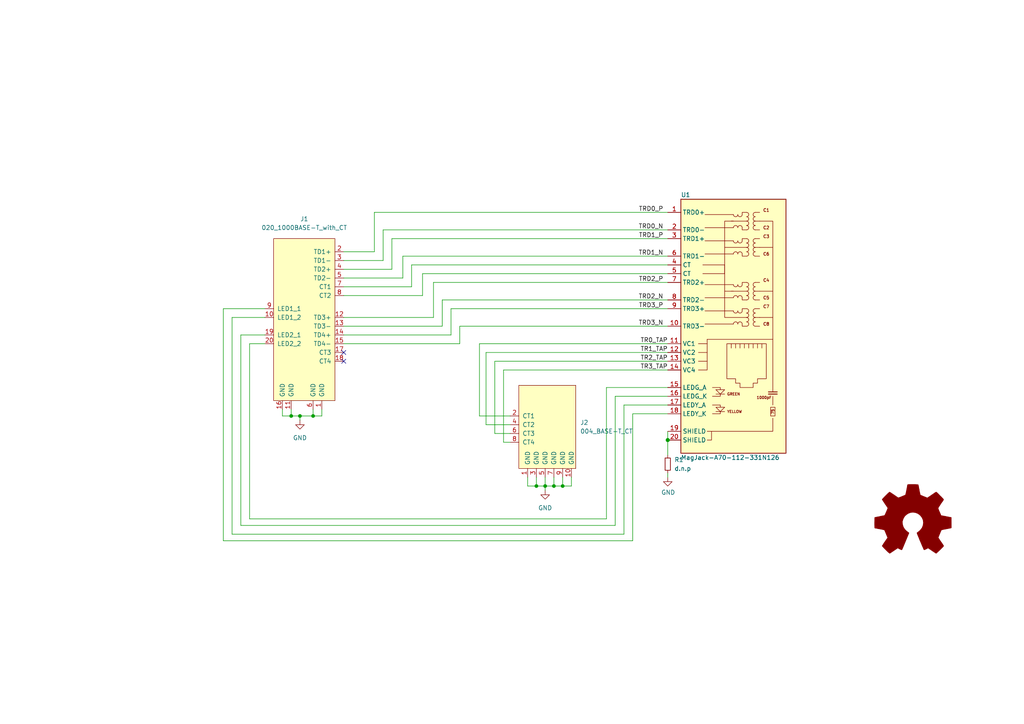
<source format=kicad_sch>
(kicad_sch (version 20211123) (generator eeschema)

  (uuid 29256b3d-9450-4c0a-a4d4-911f04b9c140)

  (paper "A4")

  (lib_symbols
    (symbol "CM4IO:MagJack-A70-112-331N126" (in_bom yes) (on_board yes)
      (property "Reference" "U" (id 0) (at 0 0 0)
        (effects (font (size 1.27 1.27)))
      )
      (property "Value" "MagJack-A70-112-331N126" (id 1) (at 0 0 0)
        (effects (font (size 1.27 1.27)))
      )
      (property "Footprint" "" (id 2) (at 0 0 0)
        (effects (font (size 1.27 1.27)) hide)
      )
      (property "Datasheet" "" (id 3) (at 0 0 0)
        (effects (font (size 1.27 1.27)) hide)
      )
      (symbol "MagJack-A70-112-331N126_0_1"
        (polyline
          (pts
            (xy 1.27 40.64)
            (xy -5.08 40.64)
            (xy -5.08 48.26)
            (xy -2.54 48.26)
            (xy -5.08 48.26)
          )
          (stroke (width 0) (type default) (color 0 0 0 0))
          (fill (type none))
        )
        (polyline
          (pts
            (xy 1.27 60.96)
            (xy -5.08 60.96)
            (xy -5.08 68.58)
            (xy -2.54 68.58)
            (xy -5.08 68.58)
          )
          (stroke (width 0) (type default) (color 0 0 0 0))
          (fill (type none))
        )
      )
      (symbol "MagJack-A70-112-331N126_1_1"
        (rectangle (start -17.78 1.27) (end 12.7 74.93)
          (stroke (width 0.254) (type default) (color 0 0 0 0))
          (fill (type background))
        )
        (arc (start -2.54 42.545) (mid -1.905 41.91) (end -1.27 42.545)
          (stroke (width 0) (type default) (color 0 0 0 0))
          (fill (type none))
        )
        (arc (start -2.54 50.165) (mid -1.905 49.53) (end -1.27 50.165)
          (stroke (width 0) (type default) (color 0 0 0 0))
          (fill (type none))
        )
        (arc (start -2.54 62.865) (mid -1.905 62.23) (end -1.27 62.865)
          (stroke (width 0) (type default) (color 0 0 0 0))
          (fill (type none))
        )
        (arc (start -2.54 70.485) (mid -1.905 69.85) (end -1.27 70.485)
          (stroke (width 0) (type default) (color 0 0 0 0))
          (fill (type none))
        )
        (arc (start -1.27 38.735) (mid -1.905 39.37) (end -2.54 38.735)
          (stroke (width 0) (type default) (color 0 0 0 0))
          (fill (type none))
        )
        (arc (start -1.27 42.545) (mid -0.635 41.91) (end 0 42.545)
          (stroke (width 0) (type default) (color 0 0 0 0))
          (fill (type none))
        )
        (arc (start -1.27 46.355) (mid -1.905 46.99) (end -2.54 46.355)
          (stroke (width 0) (type default) (color 0 0 0 0))
          (fill (type none))
        )
        (arc (start -1.27 50.165) (mid -0.635 49.53) (end 0 50.165)
          (stroke (width 0) (type default) (color 0 0 0 0))
          (fill (type none))
        )
        (arc (start -1.27 59.055) (mid -1.905 59.69) (end -2.54 59.055)
          (stroke (width 0) (type default) (color 0 0 0 0))
          (fill (type none))
        )
        (arc (start -1.27 62.865) (mid -0.635 62.23) (end 0 62.865)
          (stroke (width 0) (type default) (color 0 0 0 0))
          (fill (type none))
        )
        (arc (start -1.27 66.675) (mid -1.905 67.31) (end -2.54 66.675)
          (stroke (width 0) (type default) (color 0 0 0 0))
          (fill (type none))
        )
        (arc (start -1.27 70.485) (mid -0.635 69.85) (end 0 70.485)
          (stroke (width 0) (type default) (color 0 0 0 0))
          (fill (type none))
        )
        (polyline
          (pts
            (xy -12.7 27.94)
            (xy -10.16 27.94)
          )
          (stroke (width 0) (type default) (color 0 0 0 0))
          (fill (type none))
        )
        (polyline
          (pts
            (xy -12.7 30.48)
            (xy -10.16 30.48)
          )
          (stroke (width 0) (type default) (color 0 0 0 0))
          (fill (type none))
        )
        (polyline
          (pts
            (xy -12.7 33.02)
            (xy -10.16 33.02)
          )
          (stroke (width 0) (type default) (color 0 0 0 0))
          (fill (type none))
        )
        (polyline
          (pts
            (xy -10.16 33.02)
            (xy -10.16 34.29)
          )
          (stroke (width 0) (type default) (color 0 0 0 0))
          (fill (type none))
        )
        (polyline
          (pts
            (xy -5.08 13.335)
            (xy -7.62 13.335)
          )
          (stroke (width 0) (type default) (color 0 0 0 0))
          (fill (type none))
        )
        (polyline
          (pts
            (xy -5.08 18.415)
            (xy -7.62 18.415)
          )
          (stroke (width 0) (type default) (color 0 0 0 0))
          (fill (type none))
        )
        (polyline
          (pts
            (xy -5.08 48.26)
            (xy -5.08 60.96)
          )
          (stroke (width 0) (type default) (color 0 0 0 0))
          (fill (type none))
        )
        (polyline
          (pts
            (xy -3.175 31.75)
            (xy -3.175 33.02)
          )
          (stroke (width 0) (type default) (color 0 0 0 0))
          (fill (type none))
        )
        (polyline
          (pts
            (xy -3.175 48.26)
            (xy 1.27 48.26)
          )
          (stroke (width 0) (type default) (color 0 0 0 0))
          (fill (type none))
        )
        (polyline
          (pts
            (xy -3.175 68.58)
            (xy 1.27 68.58)
          )
          (stroke (width 0) (type default) (color 0 0 0 0))
          (fill (type none))
        )
        (polyline
          (pts
            (xy -2.54 38.735)
            (xy -10.795 38.735)
          )
          (stroke (width 0) (type default) (color 0 0 0 0))
          (fill (type none))
        )
        (polyline
          (pts
            (xy -2.54 42.545)
            (xy -10.795 42.545)
          )
          (stroke (width 0) (type default) (color 0 0 0 0))
          (fill (type none))
        )
        (polyline
          (pts
            (xy -2.54 46.355)
            (xy -10.795 46.355)
          )
          (stroke (width 0) (type default) (color 0 0 0 0))
          (fill (type none))
        )
        (polyline
          (pts
            (xy -2.54 50.165)
            (xy -10.795 50.165)
          )
          (stroke (width 0) (type default) (color 0 0 0 0))
          (fill (type none))
        )
        (polyline
          (pts
            (xy -2.54 59.055)
            (xy -10.795 59.055)
          )
          (stroke (width 0) (type default) (color 0 0 0 0))
          (fill (type none))
        )
        (polyline
          (pts
            (xy -2.54 62.865)
            (xy -10.795 62.865)
          )
          (stroke (width 0) (type default) (color 0 0 0 0))
          (fill (type none))
        )
        (polyline
          (pts
            (xy -2.54 66.675)
            (xy -10.795 66.675)
          )
          (stroke (width 0) (type default) (color 0 0 0 0))
          (fill (type none))
        )
        (polyline
          (pts
            (xy -2.54 70.485)
            (xy -10.795 70.485)
          )
          (stroke (width 0) (type default) (color 0 0 0 0))
          (fill (type none))
        )
        (polyline
          (pts
            (xy -1.905 33.02)
            (xy -1.905 31.75)
          )
          (stroke (width 0) (type default) (color 0 0 0 0))
          (fill (type none))
        )
        (polyline
          (pts
            (xy -0.635 33.02)
            (xy -0.635 31.75)
          )
          (stroke (width 0) (type default) (color 0 0 0 0))
          (fill (type none))
        )
        (polyline
          (pts
            (xy 0.635 33.02)
            (xy 0.635 31.75)
          )
          (stroke (width 0) (type default) (color 0 0 0 0))
          (fill (type none))
        )
        (polyline
          (pts
            (xy 1.905 33.02)
            (xy 1.905 31.75)
          )
          (stroke (width 0) (type default) (color 0 0 0 0))
          (fill (type none))
        )
        (polyline
          (pts
            (xy 3.175 33.02)
            (xy 3.175 31.75)
          )
          (stroke (width 0) (type default) (color 0 0 0 0))
          (fill (type none))
        )
        (polyline
          (pts
            (xy 3.81 38.1)
            (xy 5.08 38.1)
          )
          (stroke (width 0) (type default) (color 0 0 0 0))
          (fill (type none))
        )
        (polyline
          (pts
            (xy 3.81 40.64)
            (xy 5.08 40.64)
          )
          (stroke (width 0) (type default) (color 0 0 0 0))
          (fill (type none))
        )
        (polyline
          (pts
            (xy 3.81 43.18)
            (xy 5.08 43.18)
          )
          (stroke (width 0) (type default) (color 0 0 0 0))
          (fill (type none))
        )
        (polyline
          (pts
            (xy 3.81 45.72)
            (xy 5.08 45.72)
          )
          (stroke (width 0) (type default) (color 0 0 0 0))
          (fill (type none))
        )
        (polyline
          (pts
            (xy 3.81 48.26)
            (xy 5.08 48.26)
          )
          (stroke (width 0) (type default) (color 0 0 0 0))
          (fill (type none))
        )
        (polyline
          (pts
            (xy 3.81 50.8)
            (xy 5.08 50.8)
          )
          (stroke (width 0) (type default) (color 0 0 0 0))
          (fill (type none))
        )
        (polyline
          (pts
            (xy 3.81 58.42)
            (xy 5.08 58.42)
          )
          (stroke (width 0) (type default) (color 0 0 0 0))
          (fill (type none))
        )
        (polyline
          (pts
            (xy 3.81 60.96)
            (xy 5.08 60.96)
          )
          (stroke (width 0) (type default) (color 0 0 0 0))
          (fill (type none))
        )
        (polyline
          (pts
            (xy 3.81 63.5)
            (xy 5.08 63.5)
          )
          (stroke (width 0) (type default) (color 0 0 0 0))
          (fill (type none))
        )
        (polyline
          (pts
            (xy 3.81 66.04)
            (xy 5.08 66.04)
          )
          (stroke (width 0) (type default) (color 0 0 0 0))
          (fill (type none))
        )
        (polyline
          (pts
            (xy 3.81 68.58)
            (xy 5.08 68.58)
          )
          (stroke (width 0) (type default) (color 0 0 0 0))
          (fill (type none))
        )
        (polyline
          (pts
            (xy 3.81 71.12)
            (xy 5.08 71.12)
          )
          (stroke (width 0) (type default) (color 0 0 0 0))
          (fill (type none))
        )
        (polyline
          (pts
            (xy 4.445 31.75)
            (xy 4.445 33.02)
          )
          (stroke (width 0) (type default) (color 0 0 0 0))
          (fill (type none))
        )
        (polyline
          (pts
            (xy 5.08 40.64)
            (xy 8.89 40.64)
          )
          (stroke (width 0) (type default) (color 0 0 0 0))
          (fill (type none))
        )
        (polyline
          (pts
            (xy 5.08 48.26)
            (xy 8.89 48.26)
          )
          (stroke (width 0) (type default) (color 0 0 0 0))
          (fill (type none))
        )
        (polyline
          (pts
            (xy 5.08 60.96)
            (xy 8.89 60.96)
          )
          (stroke (width 0) (type default) (color 0 0 0 0))
          (fill (type none))
        )
        (polyline
          (pts
            (xy 5.715 31.75)
            (xy 5.715 33.02)
          )
          (stroke (width 0) (type default) (color 0 0 0 0))
          (fill (type none))
        )
        (polyline
          (pts
            (xy 7.62 18.415)
            (xy 10.16 18.415)
          )
          (stroke (width 0.254) (type default) (color 0 0 0 0))
          (fill (type none))
        )
        (polyline
          (pts
            (xy 7.62 19.05)
            (xy 10.16 19.05)
          )
          (stroke (width 0.254) (type default) (color 0 0 0 0))
          (fill (type none))
        )
        (polyline
          (pts
            (xy 8.89 15.24)
            (xy 8.89 17.78)
          )
          (stroke (width 0) (type default) (color 0 0 0 0))
          (fill (type none))
        )
        (polyline
          (pts
            (xy 8.89 19.05)
            (xy 8.89 34.29)
          )
          (stroke (width 0) (type default) (color 0 0 0 0))
          (fill (type none))
        )
        (polyline
          (pts
            (xy -10.16 33.02)
            (xy -10.16 25.4)
            (xy -12.7 25.4)
          )
          (stroke (width 0) (type default) (color 0 0 0 0))
          (fill (type none))
        )
        (polyline
          (pts
            (xy -8.636 12.7)
            (xy -6.35 12.7)
            (xy -6.35 13.335)
          )
          (stroke (width 0) (type default) (color 0 0 0 0))
          (fill (type none))
        )
        (polyline
          (pts
            (xy -8.636 15.24)
            (xy -6.35 15.24)
            (xy -6.35 14.605)
          )
          (stroke (width 0) (type default) (color 0 0 0 0))
          (fill (type none))
        )
        (polyline
          (pts
            (xy -8.636 20.32)
            (xy -6.35 20.32)
            (xy -6.35 19.685)
          )
          (stroke (width 0) (type default) (color 0 0 0 0))
          (fill (type none))
        )
        (polyline
          (pts
            (xy -6.35 18.415)
            (xy -6.35 17.78)
            (xy -8.636 17.78)
          )
          (stroke (width 0) (type default) (color 0 0 0 0))
          (fill (type none))
        )
        (polyline
          (pts
            (xy 0 38.735)
            (xy 0 38.1)
            (xy 1.27 38.1)
          )
          (stroke (width 0) (type default) (color 0 0 0 0))
          (fill (type none))
        )
        (polyline
          (pts
            (xy 0 46.355)
            (xy 0 45.72)
            (xy 1.27 45.72)
          )
          (stroke (width 0) (type default) (color 0 0 0 0))
          (fill (type none))
        )
        (polyline
          (pts
            (xy 0 59.055)
            (xy 0 58.42)
            (xy 1.27 58.42)
          )
          (stroke (width 0) (type default) (color 0 0 0 0))
          (fill (type none))
        )
        (polyline
          (pts
            (xy 0 66.675)
            (xy 0 66.04)
            (xy 1.27 66.04)
          )
          (stroke (width 0) (type default) (color 0 0 0 0))
          (fill (type none))
        )
        (polyline
          (pts
            (xy 1.27 43.18)
            (xy 0 43.18)
            (xy 0 42.545)
          )
          (stroke (width 0) (type default) (color 0 0 0 0))
          (fill (type none))
        )
        (polyline
          (pts
            (xy 1.27 50.8)
            (xy 0 50.8)
            (xy 0 50.165)
          )
          (stroke (width 0) (type default) (color 0 0 0 0))
          (fill (type none))
        )
        (polyline
          (pts
            (xy 1.27 63.5)
            (xy 0 63.5)
            (xy 0 62.865)
          )
          (stroke (width 0) (type default) (color 0 0 0 0))
          (fill (type none))
        )
        (polyline
          (pts
            (xy 1.27 71.12)
            (xy 0 71.12)
            (xy 0 70.485)
          )
          (stroke (width 0) (type default) (color 0 0 0 0))
          (fill (type none))
        )
        (polyline
          (pts
            (xy -11.43 53.34)
            (xy -5.08 53.34)
            (xy -5.08 55.88)
            (xy -11.43 55.88)
          )
          (stroke (width 0) (type default) (color 0 0 0 0))
          (fill (type none))
        )
        (polyline
          (pts
            (xy -10.16 34.29)
            (xy 8.89 34.29)
            (xy 8.89 68.58)
            (xy 5.08 68.58)
          )
          (stroke (width 0) (type default) (color 0 0 0 0))
          (fill (type none))
        )
        (polyline
          (pts
            (xy -7.62 19.685)
            (xy -5.08 19.685)
            (xy -6.35 18.415)
            (xy -7.62 19.685)
          )
          (stroke (width 0) (type default) (color 0 0 0 0))
          (fill (type none))
        )
        (polyline
          (pts
            (xy -5.08 14.605)
            (xy -7.62 14.605)
            (xy -6.35 13.335)
            (xy -5.08 14.605)
          )
          (stroke (width 0) (type default) (color 0 0 0 0))
          (fill (type none))
        )
        (polyline
          (pts
            (xy -10.16 5.08)
            (xy -8.89 5.08)
            (xy -8.89 7.62)
            (xy -10.16 7.62)
            (xy -8.89 7.62)
            (xy 8.89 7.62)
            (xy 8.89 11.43)
          )
          (stroke (width 0) (type default) (color 0 0 0 0))
          (fill (type none))
        )
        (polyline
          (pts
            (xy -4.445 33.02)
            (xy 6.985 33.02)
            (xy 6.985 22.86)
            (xy 4.445 22.86)
            (xy 4.445 21.59)
            (xy 3.175 21.59)
            (xy 3.175 20.32)
            (xy -0.635 20.32)
            (xy -0.635 21.59)
            (xy -1.905 21.59)
            (xy -1.905 22.86)
            (xy -4.445 22.86)
            (xy -4.445 33.02)
          )
          (stroke (width 0) (type default) (color 0 0 0 0))
          (fill (type none))
        )
        (arc (start 0 38.735) (mid -0.635 39.37) (end -1.27 38.735)
          (stroke (width 0) (type default) (color 0 0 0 0))
          (fill (type none))
        )
        (arc (start 0 46.355) (mid -0.635 46.99) (end -1.27 46.355)
          (stroke (width 0) (type default) (color 0 0 0 0))
          (fill (type none))
        )
        (arc (start 0 59.055) (mid -0.635 59.69) (end -1.27 59.055)
          (stroke (width 0) (type default) (color 0 0 0 0))
          (fill (type none))
        )
        (arc (start 0 66.675) (mid -0.635 67.31) (end -1.27 66.675)
          (stroke (width 0) (type default) (color 0 0 0 0))
          (fill (type none))
        )
        (arc (start 1.27 38.1) (mid 1.905 38.735) (end 1.27 39.37)
          (stroke (width 0) (type default) (color 0 0 0 0))
          (fill (type none))
        )
        (arc (start 1.27 39.37) (mid 1.905 40.005) (end 1.27 40.64)
          (stroke (width 0) (type default) (color 0 0 0 0))
          (fill (type none))
        )
        (arc (start 1.27 40.64) (mid 1.905 41.275) (end 1.27 41.91)
          (stroke (width 0) (type default) (color 0 0 0 0))
          (fill (type none))
        )
        (arc (start 1.27 41.91) (mid 1.905 42.545) (end 1.27 43.18)
          (stroke (width 0) (type default) (color 0 0 0 0))
          (fill (type none))
        )
        (arc (start 1.27 45.72) (mid 1.905 46.355) (end 1.27 46.99)
          (stroke (width 0) (type default) (color 0 0 0 0))
          (fill (type none))
        )
        (arc (start 1.27 46.99) (mid 1.905 47.625) (end 1.27 48.26)
          (stroke (width 0) (type default) (color 0 0 0 0))
          (fill (type none))
        )
        (arc (start 1.27 48.26) (mid 1.905 48.895) (end 1.27 49.53)
          (stroke (width 0) (type default) (color 0 0 0 0))
          (fill (type none))
        )
        (arc (start 1.27 49.53) (mid 1.905 50.165) (end 1.27 50.8)
          (stroke (width 0) (type default) (color 0 0 0 0))
          (fill (type none))
        )
        (arc (start 1.27 58.42) (mid 1.905 59.055) (end 1.27 59.69)
          (stroke (width 0) (type default) (color 0 0 0 0))
          (fill (type none))
        )
        (arc (start 1.27 59.69) (mid 1.905 60.325) (end 1.27 60.96)
          (stroke (width 0) (type default) (color 0 0 0 0))
          (fill (type none))
        )
        (arc (start 1.27 60.96) (mid 1.905 61.595) (end 1.27 62.23)
          (stroke (width 0) (type default) (color 0 0 0 0))
          (fill (type none))
        )
        (arc (start 1.27 62.23) (mid 1.905 62.865) (end 1.27 63.5)
          (stroke (width 0) (type default) (color 0 0 0 0))
          (fill (type none))
        )
        (arc (start 1.27 66.04) (mid 1.905 66.675) (end 1.27 67.31)
          (stroke (width 0) (type default) (color 0 0 0 0))
          (fill (type none))
        )
        (arc (start 1.27 67.31) (mid 1.905 67.945) (end 1.27 68.58)
          (stroke (width 0) (type default) (color 0 0 0 0))
          (fill (type none))
        )
        (arc (start 1.27 68.58) (mid 1.905 69.215) (end 1.27 69.85)
          (stroke (width 0) (type default) (color 0 0 0 0))
          (fill (type none))
        )
        (arc (start 1.27 69.85) (mid 1.905 70.485) (end 1.27 71.12)
          (stroke (width 0) (type default) (color 0 0 0 0))
          (fill (type none))
        )
        (arc (start 3.81 39.37) (mid 3.175 38.735) (end 3.81 38.1)
          (stroke (width 0) (type default) (color 0 0 0 0))
          (fill (type none))
        )
        (arc (start 3.81 40.64) (mid 3.175 40.005) (end 3.81 39.37)
          (stroke (width 0) (type default) (color 0 0 0 0))
          (fill (type none))
        )
        (arc (start 3.81 41.91) (mid 3.175 41.275) (end 3.81 40.64)
          (stroke (width 0) (type default) (color 0 0 0 0))
          (fill (type none))
        )
        (arc (start 3.81 43.18) (mid 3.175 42.545) (end 3.81 41.91)
          (stroke (width 0) (type default) (color 0 0 0 0))
          (fill (type none))
        )
        (arc (start 3.81 46.99) (mid 3.175 46.355) (end 3.81 45.72)
          (stroke (width 0) (type default) (color 0 0 0 0))
          (fill (type none))
        )
        (arc (start 3.81 48.26) (mid 3.175 47.625) (end 3.81 46.99)
          (stroke (width 0) (type default) (color 0 0 0 0))
          (fill (type none))
        )
        (arc (start 3.81 49.53) (mid 3.175 48.895) (end 3.81 48.26)
          (stroke (width 0) (type default) (color 0 0 0 0))
          (fill (type none))
        )
        (arc (start 3.81 50.8) (mid 3.175 50.165) (end 3.81 49.53)
          (stroke (width 0) (type default) (color 0 0 0 0))
          (fill (type none))
        )
        (arc (start 3.81 59.69) (mid 3.175 59.055) (end 3.81 58.42)
          (stroke (width 0) (type default) (color 0 0 0 0))
          (fill (type none))
        )
        (arc (start 3.81 60.96) (mid 3.175 60.325) (end 3.81 59.69)
          (stroke (width 0) (type default) (color 0 0 0 0))
          (fill (type none))
        )
        (arc (start 3.81 62.23) (mid 3.175 61.595) (end 3.81 60.96)
          (stroke (width 0) (type default) (color 0 0 0 0))
          (fill (type none))
        )
        (arc (start 3.81 63.5) (mid 3.175 62.865) (end 3.81 62.23)
          (stroke (width 0) (type default) (color 0 0 0 0))
          (fill (type none))
        )
        (arc (start 3.81 67.31) (mid 3.175 66.675) (end 3.81 66.04)
          (stroke (width 0) (type default) (color 0 0 0 0))
          (fill (type none))
        )
        (arc (start 3.81 68.58) (mid 3.175 67.945) (end 3.81 67.31)
          (stroke (width 0) (type default) (color 0 0 0 0))
          (fill (type none))
        )
        (arc (start 3.81 69.85) (mid 3.175 69.215) (end 3.81 68.58)
          (stroke (width 0) (type default) (color 0 0 0 0))
          (fill (type none))
        )
        (arc (start 3.81 71.12) (mid 3.175 70.485) (end 3.81 69.85)
          (stroke (width 0) (type default) (color 0 0 0 0))
          (fill (type none))
        )
        (rectangle (start 9.525 12.065) (end 8.255 14.605)
          (stroke (width 0) (type default) (color 0 0 0 0))
          (fill (type none))
        )
        (text "1000pF" (at 6.35 17.399 0)
          (effects (font (size 0.762 0.762)))
        )
        (text "75" (at 8.89 13.335 900)
          (effects (font (size 0.762 0.762)))
        )
        (text "C1" (at 6.985 71.755 0)
          (effects (font (size 0.889 0.889)))
        )
        (text "C2" (at 6.985 66.675 0)
          (effects (font (size 0.889 0.889)))
        )
        (text "C3" (at 6.985 64.135 0)
          (effects (font (size 0.889 0.889)))
        )
        (text "C4" (at 6.985 51.435 0)
          (effects (font (size 0.889 0.889)))
        )
        (text "C5" (at 6.985 46.355 0)
          (effects (font (size 0.889 0.889)))
        )
        (text "C6" (at 6.985 59.055 0)
          (effects (font (size 0.889 0.889)))
        )
        (text "C7" (at 6.985 43.815 0)
          (effects (font (size 0.889 0.889)))
        )
        (text "C8" (at 6.985 38.735 0)
          (effects (font (size 0.889 0.889)))
        )
        (text "GREEN" (at -4.445 18.415 0)
          (effects (font (size 0.762 0.762)) (justify left))
        )
        (text "YELLOW" (at -4.445 13.335 0)
          (effects (font (size 0.762 0.762)) (justify left))
        )
        (pin passive line (at -21.59 71.12 0) (length 3.81)
          (name "TRD0+" (effects (font (size 1.27 1.27))))
          (number "1" (effects (font (size 1.27 1.27))))
        )
        (pin passive line (at -21.59 38.1 0) (length 3.81)
          (name "TRD3-" (effects (font (size 1.27 1.27))))
          (number "10" (effects (font (size 1.27 1.27))))
        )
        (pin passive line (at -21.59 33.02 0) (length 3.81)
          (name "VC1" (effects (font (size 1.27 1.27))))
          (number "11" (effects (font (size 1.27 1.27))))
        )
        (pin passive line (at -21.59 30.48 0) (length 3.81)
          (name "VC2" (effects (font (size 1.27 1.27))))
          (number "12" (effects (font (size 1.27 1.27))))
        )
        (pin passive line (at -21.59 27.94 0) (length 3.81)
          (name "VC3" (effects (font (size 1.27 1.27))))
          (number "13" (effects (font (size 1.27 1.27))))
        )
        (pin passive line (at -21.59 25.4 0) (length 3.81)
          (name "VC4" (effects (font (size 1.27 1.27))))
          (number "14" (effects (font (size 1.27 1.27))))
        )
        (pin passive line (at -21.59 20.32 0) (length 3.81)
          (name "LEDG_A" (effects (font (size 1.27 1.27))))
          (number "15" (effects (font (size 1.27 1.27))))
        )
        (pin passive line (at -21.59 17.78 0) (length 3.81)
          (name "LEDG_K" (effects (font (size 1.27 1.27))))
          (number "16" (effects (font (size 1.27 1.27))))
        )
        (pin passive line (at -21.59 15.24 0) (length 3.81)
          (name "LEDY_A" (effects (font (size 1.27 1.27))))
          (number "17" (effects (font (size 1.27 1.27))))
        )
        (pin passive line (at -21.59 12.7 0) (length 3.81)
          (name "LEDY_K" (effects (font (size 1.27 1.27))))
          (number "18" (effects (font (size 1.27 1.27))))
        )
        (pin passive line (at -21.59 7.62 0) (length 3.81)
          (name "SHIELD" (effects (font (size 1.27 1.27))))
          (number "19" (effects (font (size 1.27 1.27))))
        )
        (pin passive line (at -21.59 66.04 0) (length 3.81)
          (name "TRD0-" (effects (font (size 1.27 1.27))))
          (number "2" (effects (font (size 1.27 1.27))))
        )
        (pin passive line (at -21.59 5.08 0) (length 3.81)
          (name "SHIELD" (effects (font (size 1.27 1.27))))
          (number "20" (effects (font (size 1.27 1.27))))
        )
        (pin passive line (at -21.59 63.5 0) (length 3.81)
          (name "TRD1+" (effects (font (size 1.27 1.27))))
          (number "3" (effects (font (size 1.27 1.27))))
        )
        (pin passive line (at -21.59 55.88 0) (length 3.81)
          (name "CT" (effects (font (size 1.27 1.27))))
          (number "4" (effects (font (size 1.27 1.27))))
        )
        (pin passive line (at -21.59 53.34 0) (length 3.81)
          (name "CT" (effects (font (size 1.27 1.27))))
          (number "5" (effects (font (size 1.27 1.27))))
        )
        (pin passive line (at -21.59 58.42 0) (length 3.81)
          (name "TRD1-" (effects (font (size 1.27 1.27))))
          (number "6" (effects (font (size 1.27 1.27))))
        )
        (pin passive line (at -21.59 50.8 0) (length 3.81)
          (name "TRD2+" (effects (font (size 1.27 1.27))))
          (number "7" (effects (font (size 1.27 1.27))))
        )
        (pin passive line (at -21.59 45.72 0) (length 3.81)
          (name "TRD2-" (effects (font (size 1.27 1.27))))
          (number "8" (effects (font (size 1.27 1.27))))
        )
        (pin passive line (at -21.59 43.18 0) (length 3.81)
          (name "TRD3+" (effects (font (size 1.27 1.27))))
          (number "9" (effects (font (size 1.27 1.27))))
        )
      )
    )
    (symbol "Device:R_Small" (pin_numbers hide) (pin_names (offset 0.254) hide) (in_bom yes) (on_board yes)
      (property "Reference" "R" (id 0) (at 0.762 0.508 0)
        (effects (font (size 1.27 1.27)) (justify left))
      )
      (property "Value" "R_Small" (id 1) (at 0.762 -1.016 0)
        (effects (font (size 1.27 1.27)) (justify left))
      )
      (property "Footprint" "" (id 2) (at 0 0 0)
        (effects (font (size 1.27 1.27)) hide)
      )
      (property "Datasheet" "~" (id 3) (at 0 0 0)
        (effects (font (size 1.27 1.27)) hide)
      )
      (property "ki_keywords" "R resistor" (id 4) (at 0 0 0)
        (effects (font (size 1.27 1.27)) hide)
      )
      (property "ki_description" "Resistor, small symbol" (id 5) (at 0 0 0)
        (effects (font (size 1.27 1.27)) hide)
      )
      (property "ki_fp_filters" "R_*" (id 6) (at 0 0 0)
        (effects (font (size 1.27 1.27)) hide)
      )
      (symbol "R_Small_0_1"
        (rectangle (start -0.762 1.778) (end 0.762 -1.778)
          (stroke (width 0.2032) (type default) (color 0 0 0 0))
          (fill (type none))
        )
      )
      (symbol "R_Small_1_1"
        (pin passive line (at 0 2.54 270) (length 0.762)
          (name "~" (effects (font (size 1.27 1.27))))
          (number "1" (effects (font (size 1.27 1.27))))
        )
        (pin passive line (at 0 -2.54 90) (length 0.762)
          (name "~" (effects (font (size 1.27 1.27))))
          (number "2" (effects (font (size 1.27 1.27))))
        )
      )
    )
    (symbol "Graphic:Logo_Open_Hardware_Large" (pin_names (offset 1.016)) (in_bom yes) (on_board yes)
      (property "Reference" "#LOGO" (id 0) (at 0 12.7 0)
        (effects (font (size 1.27 1.27)) hide)
      )
      (property "Value" "Logo_Open_Hardware_Large" (id 1) (at 0 -10.16 0)
        (effects (font (size 1.27 1.27)) hide)
      )
      (property "Footprint" "" (id 2) (at 0 0 0)
        (effects (font (size 1.27 1.27)) hide)
      )
      (property "Datasheet" "~" (id 3) (at 0 0 0)
        (effects (font (size 1.27 1.27)) hide)
      )
      (property "ki_keywords" "Logo" (id 4) (at 0 0 0)
        (effects (font (size 1.27 1.27)) hide)
      )
      (property "ki_description" "Open Hardware logo, large" (id 5) (at 0 0 0)
        (effects (font (size 1.27 1.27)) hide)
      )
      (symbol "Logo_Open_Hardware_Large_1_1"
        (polyline
          (pts
            (xy 6.731 -8.7122)
            (xy 6.6294 -8.6614)
            (xy 6.35 -8.4836)
            (xy 5.9944 -8.255)
            (xy 5.5372 -7.9502)
            (xy 5.1054 -7.6454)
            (xy 4.7498 -7.4168)
            (xy 4.4958 -7.239)
            (xy 4.3942 -7.1882)
            (xy 4.318 -7.2136)
            (xy 4.1148 -7.3152)
            (xy 3.81 -7.4676)
            (xy 3.6322 -7.5692)
            (xy 3.3528 -7.6708)
            (xy 3.2258 -7.6962)
            (xy 3.2004 -7.6708)
            (xy 3.0988 -7.4676)
            (xy 2.9464 -7.0866)
            (xy 2.7178 -6.604)
            (xy 2.4892 -6.0452)
            (xy 2.2352 -5.4356)
            (xy 1.9558 -4.826)
            (xy 1.7272 -4.2164)
            (xy 1.4986 -3.683)
            (xy 1.3208 -3.2512)
            (xy 1.2192 -2.9464)
            (xy 1.1684 -2.8194)
            (xy 1.1938 -2.794)
            (xy 1.3208 -2.667)
            (xy 1.5748 -2.4892)
            (xy 2.0828 -2.0574)
            (xy 2.6162 -1.397)
            (xy 2.921 -0.6604)
            (xy 3.048 0.1524)
            (xy 2.9464 0.9144)
            (xy 2.6416 1.6256)
            (xy 2.1336 2.286)
            (xy 1.524 2.7686)
            (xy 0.8128 3.0734)
            (xy 0 3.175)
            (xy -0.762 3.0988)
            (xy -1.4986 2.794)
            (xy -2.159 2.286)
            (xy -2.4384 1.9812)
            (xy -2.8194 1.3208)
            (xy -3.048 0.6096)
            (xy -3.0734 0.4318)
            (xy -3.0226 -0.3556)
            (xy -2.794 -1.0922)
            (xy -2.3876 -1.7526)
            (xy -1.8288 -2.3114)
            (xy -1.7526 -2.3622)
            (xy -1.4732 -2.5654)
            (xy -1.2954 -2.6924)
            (xy -1.1684 -2.8194)
            (xy -2.159 -5.207)
            (xy -2.3114 -5.588)
            (xy -2.5908 -6.2484)
            (xy -2.8194 -6.8072)
            (xy -3.0226 -7.2644)
            (xy -3.1496 -7.5692)
            (xy -3.2258 -7.6708)
            (xy -3.2258 -7.6962)
            (xy -3.302 -7.6962)
            (xy -3.4798 -7.6454)
            (xy -3.8354 -7.4676)
            (xy -4.0386 -7.366)
            (xy -4.2926 -7.239)
            (xy -4.4196 -7.1882)
            (xy -4.5212 -7.239)
            (xy -4.7498 -7.3914)
            (xy -5.1054 -7.6454)
            (xy -5.5372 -7.9248)
            (xy -5.9436 -8.2042)
            (xy -6.3246 -8.4582)
            (xy -6.604 -8.636)
            (xy -6.731 -8.7122)
            (xy -6.7564 -8.7122)
            (xy -6.858 -8.636)
            (xy -7.0866 -8.4582)
            (xy -7.4168 -8.1534)
            (xy -7.874 -7.6962)
            (xy -7.9502 -7.62)
            (xy -8.3312 -7.239)
            (xy -8.636 -6.9088)
            (xy -8.8392 -6.6802)
            (xy -8.9154 -6.5786)
            (xy -8.9154 -6.5786)
            (xy -8.8392 -6.4516)
            (xy -8.6614 -6.1722)
            (xy -8.4328 -5.7912)
            (xy -8.128 -5.3594)
            (xy -7.3152 -4.191)
            (xy -7.7724 -3.0988)
            (xy -7.8994 -2.7686)
            (xy -8.0772 -2.3622)
            (xy -8.2042 -2.0828)
            (xy -8.255 -1.9558)
            (xy -8.382 -1.905)
            (xy -8.6614 -1.8542)
            (xy -9.0932 -1.7526)
            (xy -9.6266 -1.651)
            (xy -10.1092 -1.5748)
            (xy -10.541 -1.4732)
            (xy -10.8712 -1.4224)
            (xy -11.0236 -1.397)
            (xy -11.049 -1.3716)
            (xy -11.0744 -1.2954)
            (xy -11.0998 -1.143)
            (xy -11.0998 -0.889)
            (xy -11.1252 -0.4572)
            (xy -11.1252 0.1524)
            (xy -11.1252 0.2286)
            (xy -11.0998 0.8128)
            (xy -11.0998 1.27)
            (xy -11.0744 1.5494)
            (xy -11.0744 1.6764)
            (xy -11.0744 1.6764)
            (xy -10.922 1.7018)
            (xy -10.6172 1.778)
            (xy -10.16 1.8542)
            (xy -9.652 1.9558)
            (xy -9.6012 1.9812)
            (xy -9.0932 2.0828)
            (xy -8.636 2.159)
            (xy -8.3312 2.2352)
            (xy -8.2042 2.286)
            (xy -8.1788 2.3114)
            (xy -8.0772 2.5146)
            (xy -7.9248 2.8448)
            (xy -7.747 3.2512)
            (xy -7.5692 3.6576)
            (xy -7.4168 4.0386)
            (xy -7.3152 4.318)
            (xy -7.2898 4.445)
            (xy -7.2898 4.445)
            (xy -7.366 4.572)
            (xy -7.5438 4.826)
            (xy -7.7978 5.207)
            (xy -8.128 5.6642)
            (xy -8.128 5.6896)
            (xy -8.4328 6.1468)
            (xy -8.6868 6.5278)
            (xy -8.8392 6.7818)
            (xy -8.9154 6.9088)
            (xy -8.9154 6.9088)
            (xy -8.8138 7.0358)
            (xy -8.5852 7.2898)
            (xy -8.255 7.6454)
            (xy -7.874 8.0264)
            (xy -7.747 8.1534)
            (xy -7.3152 8.5852)
            (xy -7.0104 8.8646)
            (xy -6.8326 8.9916)
            (xy -6.731 9.0424)
            (xy -6.731 9.0424)
            (xy -6.604 8.9408)
            (xy -6.3246 8.763)
            (xy -5.9436 8.509)
            (xy -5.4864 8.2042)
            (xy -5.461 8.1788)
            (xy -5.0038 7.874)
            (xy -4.6482 7.62)
            (xy -4.3688 7.4422)
            (xy -4.2672 7.3914)
            (xy -4.2418 7.3914)
            (xy -4.064 7.4422)
            (xy -3.7338 7.5438)
            (xy -3.3528 7.6962)
            (xy -2.9464 7.874)
            (xy -2.5654 8.0264)
            (xy -2.286 8.1534)
            (xy -2.159 8.2296)
            (xy -2.159 8.2296)
            (xy -2.1082 8.382)
            (xy -2.032 8.7122)
            (xy -1.9304 9.1694)
            (xy -1.8288 9.7282)
            (xy -1.8034 9.8044)
            (xy -1.7018 10.3378)
            (xy -1.6256 10.7696)
            (xy -1.5748 11.0744)
            (xy -1.524 11.2014)
            (xy -1.4478 11.2268)
            (xy -1.1938 11.2522)
            (xy -0.8128 11.2522)
            (xy -0.3302 11.2522)
            (xy 0.1524 11.2522)
            (xy 0.6604 11.2522)
            (xy 1.0668 11.2268)
            (xy 1.3716 11.2014)
            (xy 1.4986 11.176)
            (xy 1.4986 11.176)
            (xy 1.5494 11.0236)
            (xy 1.6256 10.6934)
            (xy 1.7018 10.2108)
            (xy 1.8288 9.6774)
            (xy 1.8288 9.5758)
            (xy 1.9304 9.0424)
            (xy 2.032 8.6106)
            (xy 2.0828 8.3058)
            (xy 2.1336 8.2042)
            (xy 2.159 8.1788)
            (xy 2.3876 8.0772)
            (xy 2.7432 7.9248)
            (xy 3.175 7.747)
            (xy 4.191 7.3406)
            (xy 5.461 8.2042)
            (xy 5.5626 8.2804)
            (xy 6.0198 8.5852)
            (xy 6.3754 8.8392)
            (xy 6.6294 8.9916)
            (xy 6.7564 9.0424)
            (xy 6.7564 9.0424)
            (xy 6.8834 8.9408)
            (xy 7.1374 8.7122)
            (xy 7.4676 8.382)
            (xy 7.8486 7.9756)
            (xy 8.1534 7.6962)
            (xy 8.4836 7.3406)
            (xy 8.7122 7.112)
            (xy 8.8392 6.9596)
            (xy 8.8646 6.858)
            (xy 8.8646 6.8072)
            (xy 8.7884 6.6802)
            (xy 8.6106 6.4008)
            (xy 8.3312 6.0198)
            (xy 8.0264 5.588)
            (xy 7.7978 5.207)
            (xy 7.5184 4.8006)
            (xy 7.3406 4.4958)
            (xy 7.2898 4.3434)
            (xy 7.2898 4.2926)
            (xy 7.3914 4.0386)
            (xy 7.5184 3.683)
            (xy 7.7216 3.2258)
            (xy 8.1534 2.2352)
            (xy 8.7884 2.1082)
            (xy 9.1948 2.0574)
            (xy 9.7536 1.9304)
            (xy 10.2616 1.8288)
            (xy 11.0998 1.6764)
            (xy 11.1252 -1.3208)
            (xy 10.9982 -1.3716)
            (xy 10.8712 -1.397)
            (xy 10.5664 -1.4732)
            (xy 10.1346 -1.5494)
            (xy 9.6266 -1.651)
            (xy 9.1948 -1.7272)
            (xy 8.7376 -1.8288)
            (xy 8.4328 -1.8796)
            (xy 8.2804 -1.905)
            (xy 8.255 -1.9558)
            (xy 8.1534 -2.159)
            (xy 7.9756 -2.5146)
            (xy 7.8232 -2.921)
            (xy 7.6454 -3.3274)
            (xy 7.493 -3.7338)
            (xy 7.366 -4.0132)
            (xy 7.3406 -4.191)
            (xy 7.3914 -4.2926)
            (xy 7.5692 -4.5466)
            (xy 7.7978 -4.9276)
            (xy 8.1026 -5.3594)
            (xy 8.4074 -5.7912)
            (xy 8.6614 -6.1722)
            (xy 8.8138 -6.4262)
            (xy 8.89 -6.5532)
            (xy 8.8646 -6.6548)
            (xy 8.6868 -6.858)
            (xy 8.3566 -7.1882)
            (xy 7.874 -7.6708)
            (xy 7.7978 -7.747)
            (xy 7.3914 -8.128)
            (xy 7.0612 -8.4328)
            (xy 6.8326 -8.636)
            (xy 6.731 -8.7122)
          )
          (stroke (width 0) (type default) (color 0 0 0 0))
          (fill (type outline))
        )
      )
    )
    (symbol "power:GND" (power) (pin_names (offset 0)) (in_bom yes) (on_board yes)
      (property "Reference" "#PWR" (id 0) (at 0 -6.35 0)
        (effects (font (size 1.27 1.27)) hide)
      )
      (property "Value" "GND" (id 1) (at 0 -3.81 0)
        (effects (font (size 1.27 1.27)))
      )
      (property "Footprint" "" (id 2) (at 0 0 0)
        (effects (font (size 1.27 1.27)) hide)
      )
      (property "Datasheet" "" (id 3) (at 0 0 0)
        (effects (font (size 1.27 1.27)) hide)
      )
      (property "ki_keywords" "power-flag" (id 4) (at 0 0 0)
        (effects (font (size 1.27 1.27)) hide)
      )
      (property "ki_description" "Power symbol creates a global label with name \"GND\" , ground" (id 5) (at 0 0 0)
        (effects (font (size 1.27 1.27)) hide)
      )
      (symbol "GND_0_1"
        (polyline
          (pts
            (xy 0 0)
            (xy 0 -1.27)
            (xy 1.27 -1.27)
            (xy 0 -2.54)
            (xy -1.27 -1.27)
            (xy 0 -1.27)
          )
          (stroke (width 0) (type default) (color 0 0 0 0))
          (fill (type none))
        )
      )
      (symbol "GND_1_1"
        (pin power_in line (at 0 0 270) (length 0) hide
          (name "GND" (effects (font (size 1.27 1.27))))
          (number "1" (effects (font (size 1.27 1.27))))
        )
      )
    )
    (symbol "put_on_edge:004_BASE-T_CT" (pin_names (offset 1.016)) (in_bom yes) (on_board yes)
      (property "Reference" "J" (id 0) (at -2.54 13.97 0)
        (effects (font (size 1.27 1.27)))
      )
      (property "Value" "004_BASE-T_CT" (id 1) (at 8.89 13.97 0)
        (effects (font (size 1.27 1.27)))
      )
      (property "Footprint" "" (id 2) (at 7.62 16.51 0)
        (effects (font (size 1.27 1.27)) hide)
      )
      (property "Datasheet" "" (id 3) (at 7.62 16.51 0)
        (effects (font (size 1.27 1.27)) hide)
      )
      (symbol "004_BASE-T_CT_0_1"
        (rectangle (start -8.89 12.7) (end 7.62 -11.43)
          (stroke (width 0) (type default) (color 0 0 0 0))
          (fill (type background))
        )
      )
      (symbol "004_BASE-T_CT_1_1"
        (pin power_in line (at -6.35 -13.97 90) (length 2.54)
          (name "GND" (effects (font (size 1.27 1.27))))
          (number "1" (effects (font (size 1.27 1.27))))
        )
        (pin power_in line (at 6.35 -13.97 90) (length 2.54)
          (name "GND" (effects (font (size 1.27 1.27))))
          (number "10" (effects (font (size 1.27 1.27))))
        )
        (pin bidirectional line (at -11.43 3.81 0) (length 2.54)
          (name "CT1" (effects (font (size 1.27 1.27))))
          (number "2" (effects (font (size 1.27 1.27))))
        )
        (pin power_in line (at -3.81 -13.97 90) (length 2.54)
          (name "GND" (effects (font (size 1.27 1.27))))
          (number "3" (effects (font (size 1.27 1.27))))
        )
        (pin bidirectional line (at -11.43 1.27 0) (length 2.54)
          (name "CT2" (effects (font (size 1.27 1.27))))
          (number "4" (effects (font (size 1.27 1.27))))
        )
        (pin power_in line (at -1.27 -13.97 90) (length 2.54)
          (name "GND" (effects (font (size 1.27 1.27))))
          (number "5" (effects (font (size 1.27 1.27))))
        )
        (pin bidirectional line (at -11.43 -1.27 0) (length 2.54)
          (name "CT3" (effects (font (size 1.27 1.27))))
          (number "6" (effects (font (size 1.27 1.27))))
        )
        (pin power_in line (at 1.27 -13.97 90) (length 2.54)
          (name "GND" (effects (font (size 1.27 1.27))))
          (number "7" (effects (font (size 1.27 1.27))))
        )
        (pin bidirectional line (at -11.43 -3.81 0) (length 2.54)
          (name "CT4" (effects (font (size 1.27 1.27))))
          (number "8" (effects (font (size 1.27 1.27))))
        )
        (pin power_in line (at 3.81 -13.97 90) (length 2.54)
          (name "GND" (effects (font (size 1.27 1.27))))
          (number "9" (effects (font (size 1.27 1.27))))
        )
      )
    )
    (symbol "put_on_edge:020_1000BASE-T_with_CT" (pin_names (offset 1.016)) (in_bom yes) (on_board yes)
      (property "Reference" "J" (id 0) (at -2.54 13.97 0)
        (effects (font (size 1.27 1.27)))
      )
      (property "Value" "020_1000BASE-T_with_CT" (id 1) (at 8.89 13.97 0)
        (effects (font (size 1.27 1.27)))
      )
      (property "Footprint" "" (id 2) (at 7.62 16.51 0)
        (effects (font (size 1.27 1.27)) hide)
      )
      (property "Datasheet" "" (id 3) (at 7.62 16.51 0)
        (effects (font (size 1.27 1.27)) hide)
      )
      (symbol "020_1000BASE-T_with_CT_0_1"
        (rectangle (start -8.89 12.7) (end 8.89 -34.29)
          (stroke (width 0) (type default) (color 0 0 0 0))
          (fill (type background))
        )
      )
      (symbol "020_1000BASE-T_with_CT_1_1"
        (pin power_in line (at -5.08 -36.83 90) (length 2.54)
          (name "GND" (effects (font (size 1.27 1.27))))
          (number "1" (effects (font (size 1.27 1.27))))
        )
        (pin bidirectional line (at 11.43 -10.16 180) (length 2.54)
          (name "LED1_2" (effects (font (size 1.27 1.27))))
          (number "10" (effects (font (size 1.27 1.27))))
        )
        (pin power_in line (at 3.81 -36.83 90) (length 2.54)
          (name "GND" (effects (font (size 1.27 1.27))))
          (number "11" (effects (font (size 1.27 1.27))))
        )
        (pin bidirectional line (at -11.43 -10.16 0) (length 2.54)
          (name "TD3+" (effects (font (size 1.27 1.27))))
          (number "12" (effects (font (size 1.27 1.27))))
        )
        (pin bidirectional line (at -11.43 -12.7 0) (length 2.54)
          (name "TD3-" (effects (font (size 1.27 1.27))))
          (number "13" (effects (font (size 1.27 1.27))))
        )
        (pin bidirectional line (at -11.43 -15.24 0) (length 2.54)
          (name "TD4+" (effects (font (size 1.27 1.27))))
          (number "14" (effects (font (size 1.27 1.27))))
        )
        (pin bidirectional line (at -11.43 -17.78 0) (length 2.54)
          (name "TD4-" (effects (font (size 1.27 1.27))))
          (number "15" (effects (font (size 1.27 1.27))))
        )
        (pin power_in line (at 6.35 -36.83 90) (length 2.54)
          (name "GND" (effects (font (size 1.27 1.27))))
          (number "16" (effects (font (size 1.27 1.27))))
        )
        (pin bidirectional line (at -11.43 -20.32 0) (length 2.54)
          (name "CT3" (effects (font (size 1.27 1.27))))
          (number "17" (effects (font (size 1.27 1.27))))
        )
        (pin bidirectional line (at -11.43 -22.86 0) (length 2.54)
          (name "CT4" (effects (font (size 1.27 1.27))))
          (number "18" (effects (font (size 1.27 1.27))))
        )
        (pin bidirectional line (at 11.43 -15.24 180) (length 2.54)
          (name "LED2_1" (effects (font (size 1.27 1.27))))
          (number "19" (effects (font (size 1.27 1.27))))
        )
        (pin bidirectional line (at -11.43 8.89 0) (length 2.54)
          (name "TD1+" (effects (font (size 1.27 1.27))))
          (number "2" (effects (font (size 1.27 1.27))))
        )
        (pin bidirectional line (at 11.43 -17.78 180) (length 2.54)
          (name "LED2_2" (effects (font (size 1.27 1.27))))
          (number "20" (effects (font (size 1.27 1.27))))
        )
        (pin bidirectional line (at -11.43 6.35 0) (length 2.54)
          (name "TD1-" (effects (font (size 1.27 1.27))))
          (number "3" (effects (font (size 1.27 1.27))))
        )
        (pin bidirectional line (at -11.43 3.81 0) (length 2.54)
          (name "TD2+" (effects (font (size 1.27 1.27))))
          (number "4" (effects (font (size 1.27 1.27))))
        )
        (pin bidirectional line (at -11.43 1.27 0) (length 2.54)
          (name "TD2-" (effects (font (size 1.27 1.27))))
          (number "5" (effects (font (size 1.27 1.27))))
        )
        (pin power_in line (at -2.54 -36.83 90) (length 2.54)
          (name "GND" (effects (font (size 1.27 1.27))))
          (number "6" (effects (font (size 1.27 1.27))))
        )
        (pin bidirectional line (at -11.43 -1.27 0) (length 2.54)
          (name "CT1" (effects (font (size 1.27 1.27))))
          (number "7" (effects (font (size 1.27 1.27))))
        )
        (pin bidirectional line (at -11.43 -3.81 0) (length 2.54)
          (name "CT2" (effects (font (size 1.27 1.27))))
          (number "8" (effects (font (size 1.27 1.27))))
        )
        (pin bidirectional line (at 11.43 -7.62 180) (length 2.54)
          (name "LED1_1" (effects (font (size 1.27 1.27))))
          (number "9" (effects (font (size 1.27 1.27))))
        )
      )
    )
  )

  (junction (at 84.455 120.65) (diameter 0) (color 0 0 0 0)
    (uuid 1eb69b49-a50b-49fb-a59c-1dbfc2fcd8ca)
  )
  (junction (at 86.995 120.65) (diameter 0) (color 0 0 0 0)
    (uuid 347c81a2-9a59-4f3a-9dfb-bdbeb13d959a)
  )
  (junction (at 160.655 140.97) (diameter 0) (color 0 0 0 0)
    (uuid 54208197-6342-4f76-b3c5-ba8541362c1a)
  )
  (junction (at 155.575 140.97) (diameter 0) (color 0 0 0 0)
    (uuid 5aecb719-693d-4423-ab6c-cad7b519f566)
  )
  (junction (at 158.115 140.97) (diameter 0) (color 0 0 0 0)
    (uuid 8a08bc12-e1e4-4003-8666-4ace703db35c)
  )
  (junction (at 193.675 127.635) (diameter 1.016) (color 0 0 0 0)
    (uuid 9c62354b-70b9-44a0-9b68-daff308a9b54)
  )
  (junction (at 163.195 140.97) (diameter 0) (color 0 0 0 0)
    (uuid a5add575-0c90-412e-827a-dd7c8b3517d4)
  )
  (junction (at 90.805 120.65) (diameter 0) (color 0 0 0 0)
    (uuid d5c7a815-45b6-41c7-a3c3-d85c05d2f9ef)
  )

  (no_connect (at 99.695 104.775) (uuid c4a50046-a361-454c-b7c1-b04148d4fc40))
  (no_connect (at 99.695 102.235) (uuid c4a50046-a361-454c-b7c1-b04148d4fc40))

  (wire (pts (xy 72.39 150.495) (xy 175.895 150.495))
    (stroke (width 0) (type default) (color 0 0 0 0))
    (uuid 003fb21c-9390-40b4-b06a-0a608d2b5bc8)
  )
  (wire (pts (xy 113.665 69.215) (xy 193.675 69.215))
    (stroke (width 0) (type solid) (color 0 0 0 0))
    (uuid 01a21670-08c6-40c4-89c8-94f154239e28)
  )
  (wire (pts (xy 143.51 104.775) (xy 143.51 125.73))
    (stroke (width 0) (type default) (color 0 0 0 0))
    (uuid 05233a9f-b9ec-4bfd-bb0b-b71e04d206d4)
  )
  (wire (pts (xy 69.85 152.4) (xy 178.435 152.4))
    (stroke (width 0) (type default) (color 0 0 0 0))
    (uuid 07b6d3c9-096a-40ef-9ffc-f4f4b815656d)
  )
  (wire (pts (xy 122.555 79.375) (xy 122.555 85.725))
    (stroke (width 0) (type default) (color 0 0 0 0))
    (uuid 0c6e379d-d701-4b02-be84-f51c86d68ff6)
  )
  (wire (pts (xy 116.84 74.295) (xy 193.675 74.295))
    (stroke (width 0) (type solid) (color 0 0 0 0))
    (uuid 0ea68b70-9ad7-4a33-a1a2-fc0a4a1315b6)
  )
  (wire (pts (xy 146.05 128.27) (xy 147.955 128.27))
    (stroke (width 0) (type default) (color 0 0 0 0))
    (uuid 102205f7-4669-4e7c-a9aa-83b2b507dda5)
  )
  (wire (pts (xy 193.675 127.635) (xy 193.675 132.08))
    (stroke (width 0) (type solid) (color 0 0 0 0))
    (uuid 22cce4cb-6ced-4eef-84b9-e286b369e88b)
  )
  (wire (pts (xy 183.515 156.845) (xy 183.515 120.015))
    (stroke (width 0) (type default) (color 0 0 0 0))
    (uuid 237e2bef-3667-4d03-a48d-21626898b424)
  )
  (wire (pts (xy 93.345 120.65) (xy 93.345 118.745))
    (stroke (width 0) (type default) (color 0 0 0 0))
    (uuid 250da196-7af1-45fb-a7e6-3abe277ed9ef)
  )
  (wire (pts (xy 139.065 120.65) (xy 147.955 120.65))
    (stroke (width 0) (type default) (color 0 0 0 0))
    (uuid 26edc5d9-ebdb-41fd-b25d-fd45822f70b1)
  )
  (wire (pts (xy 143.51 125.73) (xy 147.955 125.73))
    (stroke (width 0) (type default) (color 0 0 0 0))
    (uuid 27904156-f420-4290-b53e-35bd8b6c24da)
  )
  (wire (pts (xy 113.665 78.105) (xy 113.665 69.215))
    (stroke (width 0) (type default) (color 0 0 0 0))
    (uuid 28622fea-5a9b-4dd4-8e03-9eb832067890)
  )
  (wire (pts (xy 158.115 138.43) (xy 158.115 140.97))
    (stroke (width 0) (type default) (color 0 0 0 0))
    (uuid 2a2de82f-9be0-4aa8-bfae-a374999f5552)
  )
  (wire (pts (xy 178.435 152.4) (xy 178.435 114.935))
    (stroke (width 0) (type default) (color 0 0 0 0))
    (uuid 2dcc7532-1611-474a-9422-43462f73f4b5)
  )
  (wire (pts (xy 72.39 99.695) (xy 72.39 150.495))
    (stroke (width 0) (type default) (color 0 0 0 0))
    (uuid 37bc269f-59a6-4239-8e2c-ffda0b0fb3c0)
  )
  (wire (pts (xy 175.895 150.495) (xy 175.895 112.395))
    (stroke (width 0) (type default) (color 0 0 0 0))
    (uuid 3af61f27-c645-494e-a2e1-231dfc7d4d78)
  )
  (wire (pts (xy 133.35 94.615) (xy 193.675 94.615))
    (stroke (width 0) (type solid) (color 0 0 0 0))
    (uuid 3c41d000-0394-4d5d-af75-2ffccd18a73f)
  )
  (wire (pts (xy 111.125 75.565) (xy 111.125 66.675))
    (stroke (width 0) (type default) (color 0 0 0 0))
    (uuid 45ac8258-5f41-4500-8109-aee9b3972c70)
  )
  (wire (pts (xy 140.97 102.235) (xy 140.97 123.19))
    (stroke (width 0) (type default) (color 0 0 0 0))
    (uuid 4a4d1fb0-0555-460c-8588-0cced81e1804)
  )
  (wire (pts (xy 76.835 92.075) (xy 67.31 92.075))
    (stroke (width 0) (type default) (color 0 0 0 0))
    (uuid 4cd9d5ff-a509-4ad6-b214-e407330d20a5)
  )
  (wire (pts (xy 99.695 97.155) (xy 130.81 97.155))
    (stroke (width 0) (type default) (color 0 0 0 0))
    (uuid 4dd53f9e-0017-4968-89cf-11f2a8a5f922)
  )
  (wire (pts (xy 84.455 118.745) (xy 84.455 120.65))
    (stroke (width 0) (type default) (color 0 0 0 0))
    (uuid 519ac3fe-433f-4366-8f06-6eba3d8b72f5)
  )
  (wire (pts (xy 128.27 94.615) (xy 128.27 86.995))
    (stroke (width 0) (type default) (color 0 0 0 0))
    (uuid 5203a330-6c18-40fb-a91f-0f73f7e1f1f1)
  )
  (wire (pts (xy 122.555 79.375) (xy 193.675 79.375))
    (stroke (width 0) (type solid) (color 0 0 0 0))
    (uuid 572a4163-6dd3-43ca-9aad-4375993e5867)
  )
  (wire (pts (xy 86.995 120.65) (xy 90.805 120.65))
    (stroke (width 0) (type default) (color 0 0 0 0))
    (uuid 578edac1-7a3e-4315-a3f0-97cfb57d8475)
  )
  (wire (pts (xy 140.97 123.19) (xy 147.955 123.19))
    (stroke (width 0) (type default) (color 0 0 0 0))
    (uuid 5bb355e0-7718-405b-befd-5a3da8d2033b)
  )
  (wire (pts (xy 158.115 140.97) (xy 158.115 142.24))
    (stroke (width 0) (type default) (color 0 0 0 0))
    (uuid 5ee2b109-be61-4f2c-8231-40f33829fdf6)
  )
  (wire (pts (xy 64.77 156.845) (xy 183.515 156.845))
    (stroke (width 0) (type default) (color 0 0 0 0))
    (uuid 626f3eaa-9517-4b7e-a9c0-af598291392e)
  )
  (wire (pts (xy 99.695 92.075) (xy 125.73 92.075))
    (stroke (width 0) (type default) (color 0 0 0 0))
    (uuid 66382d8e-da83-4885-95d5-bfc0e0e52f18)
  )
  (wire (pts (xy 76.835 89.535) (xy 64.77 89.535))
    (stroke (width 0) (type default) (color 0 0 0 0))
    (uuid 698219ff-6641-498b-b502-42356959fd99)
  )
  (wire (pts (xy 153.035 138.43) (xy 153.035 140.97))
    (stroke (width 0) (type default) (color 0 0 0 0))
    (uuid 6abf6072-8e78-40e8-be70-25909488faa8)
  )
  (wire (pts (xy 146.05 107.315) (xy 193.675 107.315))
    (stroke (width 0) (type solid) (color 0 0 0 0))
    (uuid 6adf0254-236d-4641-bb6b-0db2124e974a)
  )
  (wire (pts (xy 183.515 120.015) (xy 193.675 120.015))
    (stroke (width 0) (type solid) (color 0 0 0 0))
    (uuid 6b00bffb-fc22-4036-bbde-bd07369dfc86)
  )
  (wire (pts (xy 99.695 78.105) (xy 113.665 78.105))
    (stroke (width 0) (type default) (color 0 0 0 0))
    (uuid 70e28661-aa03-410d-bf8e-0bac5f3f48f3)
  )
  (wire (pts (xy 76.835 97.155) (xy 69.85 97.155))
    (stroke (width 0) (type default) (color 0 0 0 0))
    (uuid 72685872-6302-45d0-abd1-4479df83bb42)
  )
  (wire (pts (xy 108.585 73.025) (xy 108.585 61.595))
    (stroke (width 0) (type default) (color 0 0 0 0))
    (uuid 79cb3e2d-203d-4870-a21e-50f0a97d0959)
  )
  (wire (pts (xy 67.31 92.075) (xy 67.31 154.94))
    (stroke (width 0) (type default) (color 0 0 0 0))
    (uuid 7f7bfeef-4a11-4d85-bf1a-6edafb122716)
  )
  (wire (pts (xy 155.575 140.97) (xy 158.115 140.97))
    (stroke (width 0) (type default) (color 0 0 0 0))
    (uuid 82159412-1d76-4c5b-8b8c-33644a0462a6)
  )
  (wire (pts (xy 116.84 80.645) (xy 116.84 74.295))
    (stroke (width 0) (type default) (color 0 0 0 0))
    (uuid 85c05fa9-a88d-47e0-bfc9-1fe157694058)
  )
  (wire (pts (xy 125.73 92.075) (xy 125.73 81.915))
    (stroke (width 0) (type default) (color 0 0 0 0))
    (uuid 8678a817-e0e4-4d28-a1f0-bb77ad47411f)
  )
  (wire (pts (xy 108.585 61.595) (xy 193.675 61.595))
    (stroke (width 0) (type solid) (color 0 0 0 0))
    (uuid 8a97c834-ab7d-4b5f-bd69-d01c96778875)
  )
  (wire (pts (xy 90.805 120.65) (xy 93.345 120.65))
    (stroke (width 0) (type default) (color 0 0 0 0))
    (uuid 8e276722-4476-490a-bf00-1395f0fe2d20)
  )
  (wire (pts (xy 99.695 99.695) (xy 133.35 99.695))
    (stroke (width 0) (type default) (color 0 0 0 0))
    (uuid 8e3ae239-2aff-46b7-8090-98bd1a4671ff)
  )
  (wire (pts (xy 99.695 85.725) (xy 122.555 85.725))
    (stroke (width 0) (type default) (color 0 0 0 0))
    (uuid 8e730c8b-ba4c-4474-8059-d90717b7afbb)
  )
  (wire (pts (xy 99.695 94.615) (xy 128.27 94.615))
    (stroke (width 0) (type default) (color 0 0 0 0))
    (uuid 8e789def-0ebc-4f78-b5d4-cf2a033caec9)
  )
  (wire (pts (xy 140.97 102.235) (xy 193.675 102.235))
    (stroke (width 0) (type solid) (color 0 0 0 0))
    (uuid 8e8a9b4e-269a-47b7-9f9c-b1bf61b553bb)
  )
  (wire (pts (xy 143.51 104.775) (xy 193.675 104.775))
    (stroke (width 0) (type solid) (color 0 0 0 0))
    (uuid 8fd276f4-a227-434a-ba5f-b88740eafebc)
  )
  (wire (pts (xy 99.695 83.185) (xy 119.38 83.185))
    (stroke (width 0) (type default) (color 0 0 0 0))
    (uuid 90c9f0e1-3a85-4c31-ba3f-f87b3271963f)
  )
  (wire (pts (xy 130.81 89.535) (xy 193.675 89.535))
    (stroke (width 0) (type solid) (color 0 0 0 0))
    (uuid 9363b91b-3706-4013-9c4f-9c9ba57c4bf2)
  )
  (wire (pts (xy 139.065 99.695) (xy 139.065 120.65))
    (stroke (width 0) (type default) (color 0 0 0 0))
    (uuid 95943d76-fdf5-4cf8-877b-9bd96cf268b4)
  )
  (wire (pts (xy 180.975 117.475) (xy 193.675 117.475))
    (stroke (width 0) (type solid) (color 0 0 0 0))
    (uuid 97cc2b9d-df24-4d3f-95ce-ff52ff5cd2f5)
  )
  (wire (pts (xy 81.915 120.65) (xy 84.455 120.65))
    (stroke (width 0) (type default) (color 0 0 0 0))
    (uuid 9966020e-db05-4c5c-9bb1-3846fae57ed7)
  )
  (wire (pts (xy 178.435 114.935) (xy 193.675 114.935))
    (stroke (width 0) (type solid) (color 0 0 0 0))
    (uuid 9985396b-e45e-4238-9c6e-82d336cf6d04)
  )
  (wire (pts (xy 153.035 140.97) (xy 155.575 140.97))
    (stroke (width 0) (type default) (color 0 0 0 0))
    (uuid 99a4eca8-1b76-47b5-821e-bbd8d8298342)
  )
  (wire (pts (xy 125.73 81.915) (xy 193.675 81.915))
    (stroke (width 0) (type solid) (color 0 0 0 0))
    (uuid 99a51c9e-ad63-4774-aa5b-4b15929b8fc4)
  )
  (wire (pts (xy 119.38 76.835) (xy 193.675 76.835))
    (stroke (width 0) (type solid) (color 0 0 0 0))
    (uuid 9f836162-bf3d-4021-97a7-7291a084bfe4)
  )
  (wire (pts (xy 163.195 140.97) (xy 165.735 140.97))
    (stroke (width 0) (type default) (color 0 0 0 0))
    (uuid a5c62544-0009-4cd0-a8b2-514f8d40d1d3)
  )
  (wire (pts (xy 84.455 120.65) (xy 86.995 120.65))
    (stroke (width 0) (type default) (color 0 0 0 0))
    (uuid abdc22d3-2e91-422b-b04f-8217dc1a303d)
  )
  (wire (pts (xy 158.115 140.97) (xy 160.655 140.97))
    (stroke (width 0) (type default) (color 0 0 0 0))
    (uuid ad928034-ec59-4699-9f88-451f55bd2e31)
  )
  (wire (pts (xy 180.975 154.94) (xy 180.975 117.475))
    (stroke (width 0) (type default) (color 0 0 0 0))
    (uuid b03dfdb7-2a49-4c4c-b479-84e8675c755c)
  )
  (wire (pts (xy 64.77 89.535) (xy 64.77 156.845))
    (stroke (width 0) (type default) (color 0 0 0 0))
    (uuid b91ea872-912e-4d3d-ba84-90217a08439b)
  )
  (wire (pts (xy 90.805 118.745) (xy 90.805 120.65))
    (stroke (width 0) (type default) (color 0 0 0 0))
    (uuid b9bfdc6b-fc52-4f33-924d-50ef849c2eb8)
  )
  (wire (pts (xy 130.81 97.155) (xy 130.81 89.535))
    (stroke (width 0) (type default) (color 0 0 0 0))
    (uuid ba6be0c6-ee2f-45f9-af80-4ce6281fcd8b)
  )
  (wire (pts (xy 160.655 138.43) (xy 160.655 140.97))
    (stroke (width 0) (type default) (color 0 0 0 0))
    (uuid c535d026-7414-47e7-9fb7-9d288d811d34)
  )
  (wire (pts (xy 86.995 120.65) (xy 86.995 121.92))
    (stroke (width 0) (type default) (color 0 0 0 0))
    (uuid cb818419-a80b-4ea3-b1b7-0ca2f18e4aa9)
  )
  (wire (pts (xy 133.35 99.695) (xy 133.35 94.615))
    (stroke (width 0) (type default) (color 0 0 0 0))
    (uuid ccf53eca-3377-4bc3-9f4f-f60078c34956)
  )
  (wire (pts (xy 99.695 75.565) (xy 111.125 75.565))
    (stroke (width 0) (type default) (color 0 0 0 0))
    (uuid ce51df1d-cd1b-45ae-83b5-bfd89417633a)
  )
  (wire (pts (xy 193.675 137.16) (xy 193.675 138.43))
    (stroke (width 0) (type default) (color 0 0 0 0))
    (uuid ced795eb-dfaa-4f3f-8d46-5df49c7fa1d6)
  )
  (wire (pts (xy 67.31 154.94) (xy 180.975 154.94))
    (stroke (width 0) (type default) (color 0 0 0 0))
    (uuid d08aa0d8-9e3a-4a4e-8dff-07564cc39537)
  )
  (wire (pts (xy 69.85 97.155) (xy 69.85 152.4))
    (stroke (width 0) (type default) (color 0 0 0 0))
    (uuid d48947cd-b393-4f62-bb3e-1b7a2499cebc)
  )
  (wire (pts (xy 111.125 66.675) (xy 193.675 66.675))
    (stroke (width 0) (type solid) (color 0 0 0 0))
    (uuid d6b70f8d-bb06-4a3c-bf27-d80ea13ed4d0)
  )
  (wire (pts (xy 81.915 118.745) (xy 81.915 120.65))
    (stroke (width 0) (type default) (color 0 0 0 0))
    (uuid d8a776d2-edfa-4caa-b587-c0e6a7e14d85)
  )
  (wire (pts (xy 155.575 138.43) (xy 155.575 140.97))
    (stroke (width 0) (type default) (color 0 0 0 0))
    (uuid dab4906e-775f-4fc0-9722-c889a4037743)
  )
  (wire (pts (xy 165.735 140.97) (xy 165.735 138.43))
    (stroke (width 0) (type default) (color 0 0 0 0))
    (uuid db7669c7-27b0-41a5-b1a1-dc06c35d95b9)
  )
  (wire (pts (xy 128.27 86.995) (xy 193.675 86.995))
    (stroke (width 0) (type solid) (color 0 0 0 0))
    (uuid dbdd0ff0-d5e4-410a-bc9c-6fc1f64ecb48)
  )
  (wire (pts (xy 119.38 76.835) (xy 119.38 83.185))
    (stroke (width 0) (type default) (color 0 0 0 0))
    (uuid e88cc2db-d213-4f9d-b640-9ce6cb22674a)
  )
  (wire (pts (xy 76.835 99.695) (xy 72.39 99.695))
    (stroke (width 0) (type default) (color 0 0 0 0))
    (uuid e92c1495-9067-48d7-9088-42221a35d87a)
  )
  (wire (pts (xy 99.695 80.645) (xy 116.84 80.645))
    (stroke (width 0) (type default) (color 0 0 0 0))
    (uuid e940203c-c311-45f2-b000-15922a47c3e1)
  )
  (wire (pts (xy 160.655 140.97) (xy 163.195 140.97))
    (stroke (width 0) (type default) (color 0 0 0 0))
    (uuid ed77fb96-646d-4af6-8733-429bc74d7506)
  )
  (wire (pts (xy 146.05 107.315) (xy 146.05 128.27))
    (stroke (width 0) (type default) (color 0 0 0 0))
    (uuid ef09b9e6-584e-4b60-87da-e257de899995)
  )
  (wire (pts (xy 99.695 73.025) (xy 108.585 73.025))
    (stroke (width 0) (type default) (color 0 0 0 0))
    (uuid f01be598-1e4e-45b6-94de-2f3934e292a0)
  )
  (wire (pts (xy 175.895 112.395) (xy 193.675 112.395))
    (stroke (width 0) (type solid) (color 0 0 0 0))
    (uuid f087a0c5-2ae3-4d92-ab91-8753209aecf7)
  )
  (wire (pts (xy 163.195 138.43) (xy 163.195 140.97))
    (stroke (width 0) (type default) (color 0 0 0 0))
    (uuid f19df49a-7cdc-4626-bdd9-3680df52af24)
  )
  (wire (pts (xy 193.675 125.095) (xy 193.675 127.635))
    (stroke (width 0) (type solid) (color 0 0 0 0))
    (uuid f395b7cd-86f8-4b91-a382-e1c3ef9c6744)
  )
  (wire (pts (xy 139.065 99.695) (xy 193.675 99.695))
    (stroke (width 0) (type solid) (color 0 0 0 0))
    (uuid f9ed2e62-5fe2-46e3-a61e-42856f243570)
  )

  (label "TRD1_N" (at 192.405 74.295 180)
    (effects (font (size 1.27 1.27)) (justify right bottom))
    (uuid 180c5d2a-e84d-4dd0-9b1e-50f4b3710715)
  )
  (label "TRD0_P" (at 192.405 61.595 180)
    (effects (font (size 1.27 1.27)) (justify right bottom))
    (uuid 24dfde30-1ab5-4c56-95e7-f0a1dc13f974)
  )
  (label "TR1_TAP" (at 193.675 102.235 180)
    (effects (font (size 1.27 1.27)) (justify right bottom))
    (uuid 3b8babcd-05fc-439c-94a7-804eb4081043)
  )
  (label "TRD0_N" (at 192.405 66.675 180)
    (effects (font (size 1.27 1.27)) (justify right bottom))
    (uuid 3d6daaa9-29e8-4223-ab77-ee96867bc9f1)
  )
  (label "TRD2_N" (at 192.405 86.995 180)
    (effects (font (size 1.27 1.27)) (justify right bottom))
    (uuid 57734611-2ab7-4f6f-afae-d3b5455125ce)
  )
  (label "TRD2_P" (at 192.405 81.915 180)
    (effects (font (size 1.27 1.27)) (justify right bottom))
    (uuid 6b049703-ee73-4f85-95f4-f0ab9f24bced)
  )
  (label "TR0_TAP" (at 193.675 99.695 180)
    (effects (font (size 1.27 1.27)) (justify right bottom))
    (uuid 8f4e2e21-9e37-435c-a0d5-6ebfc1705064)
  )
  (label "TR2_TAP" (at 193.675 104.775 180)
    (effects (font (size 1.27 1.27)) (justify right bottom))
    (uuid 968d5315-2d4c-420e-a8af-d0437b449974)
  )
  (label "TR3_TAP" (at 193.675 107.315 180)
    (effects (font (size 1.27 1.27)) (justify right bottom))
    (uuid af119915-ac0f-46e9-9b99-425d0beb1fc2)
  )
  (label "TRD1_P" (at 192.405 69.215 180)
    (effects (font (size 1.27 1.27)) (justify right bottom))
    (uuid c21f153a-3272-48bb-966c-ee4fc53fc215)
  )
  (label "TRD3_N" (at 192.405 94.615 180)
    (effects (font (size 1.27 1.27)) (justify right bottom))
    (uuid cebc5479-0323-43d3-85a4-2a94908fbd2c)
  )
  (label "TRD3_P" (at 192.405 89.535 180)
    (effects (font (size 1.27 1.27)) (justify right bottom))
    (uuid f22bcf65-013f-4e13-a555-07a2b69e8111)
  )

  (symbol (lib_id "Graphic:Logo_Open_Hardware_Large") (at 264.795 151.765 0) (unit 1)
    (in_bom yes) (on_board yes)
    (uuid 00000000-0000-0000-0000-000060bd71e9)
    (property "Reference" "l1" (id 0) (at 264.795 139.065 0)
      (effects (font (size 1.27 1.27)) hide)
    )
    (property "Value" "Logo_Open_Hardware_Larg" (id 1) (at 264.795 161.925 0)
      (effects (font (size 1.27 1.27)) hide)
    )
    (property "Footprint" "Symbol:OSHW-Logo2_7.3x6mm_SilkScreen" (id 2) (at 264.795 151.765 0)
      (effects (font (size 1.27 1.27)) hide)
    )
    (property "Datasheet" "~" (id 3) (at 264.795 151.765 0)
      (effects (font (size 1.27 1.27)) hide)
    )
  )

  (symbol (lib_id "put_on_edge:004_BASE-T_CT") (at 159.385 124.46 0) (unit 1)
    (in_bom yes) (on_board yes) (fields_autoplaced)
    (uuid 1f56575b-0ee2-4574-b9e3-fcac40f2d26c)
    (property "Reference" "J2" (id 0) (at 168.275 122.5549 0)
      (effects (font (size 1.27 1.27)) (justify left))
    )
    (property "Value" "004_BASE-T_CT" (id 1) (at 168.275 125.0949 0)
      (effects (font (size 1.27 1.27)) (justify left))
    )
    (property "Footprint" "on_edge:on_edge_2x05_host" (id 2) (at 167.005 107.95 0)
      (effects (font (size 1.27 1.27)) hide)
    )
    (property "Datasheet" "" (id 3) (at 167.005 107.95 0)
      (effects (font (size 1.27 1.27)) hide)
    )
    (pin "1" (uuid 83b13849-33d3-4a79-8a62-7658f6f043e8))
    (pin "10" (uuid 8f5035ee-4434-4821-aa5e-970a9ac1959a))
    (pin "2" (uuid 5dc6b3c4-0314-4b72-9c02-5c31c9696222))
    (pin "3" (uuid bc9ac5a7-a250-445e-8cc2-0d6844d92504))
    (pin "4" (uuid b5799b88-8a2e-4ba6-be7a-29c2b9d8fe62))
    (pin "5" (uuid 13925ea5-b903-436d-b47b-18c379e6c8a0))
    (pin "6" (uuid 565d2e14-30b0-4f69-b588-04eeffa8a96c))
    (pin "7" (uuid a879db92-59cd-4a23-b3fa-76b771138482))
    (pin "8" (uuid 1b1e2342-9f9f-49ef-837d-7d9fea25a506))
    (pin "9" (uuid c20ad06b-f25a-40c1-b4ad-aa220bf32dd7))
  )

  (symbol (lib_id "put_on_edge:020_1000BASE-T_with_CT") (at 88.265 81.915 0) (mirror y) (unit 1)
    (in_bom yes) (on_board yes) (fields_autoplaced)
    (uuid 69850b46-6106-4ad3-a7bd-5d490f01bb7e)
    (property "Reference" "J1" (id 0) (at 88.265 63.5 0))
    (property "Value" "020_1000BASE-T_with_CT" (id 1) (at 88.265 66.04 0))
    (property "Footprint" "on_edge:on_edge_2x10_device" (id 2) (at 80.645 65.405 0)
      (effects (font (size 1.27 1.27)) hide)
    )
    (property "Datasheet" "" (id 3) (at 80.645 65.405 0)
      (effects (font (size 1.27 1.27)) hide)
    )
    (pin "1" (uuid bb4b52ca-b87c-429b-af46-beadccdc9ef5))
    (pin "10" (uuid 776d52fa-7db5-40a5-9604-474566ef2644))
    (pin "11" (uuid e100e14f-d8a7-44b1-b5bc-eb55cc501678))
    (pin "12" (uuid 434f1bff-fc1d-477c-b2fa-23890d7c6246))
    (pin "13" (uuid e88c210d-d841-43b3-9b44-c8ba83d2f598))
    (pin "14" (uuid 2aae4217-d835-48a7-8e17-6d7130359fa6))
    (pin "15" (uuid ced9c0c5-8086-43a8-ab13-b56f1e373f25))
    (pin "16" (uuid a735a56b-538a-4a17-bd4f-d1ca161a45e0))
    (pin "17" (uuid a02d188c-6ead-4323-be0a-f61acb50fc53))
    (pin "18" (uuid 961f9ec5-1e83-49a3-98f0-f5ae0dcc9948))
    (pin "19" (uuid c4844e6f-4448-4ce8-b8e8-8daf161de084))
    (pin "2" (uuid d85e13bc-11d3-4dd8-be68-895f4d019191))
    (pin "20" (uuid 101c5be1-ff14-4af6-bf41-d7891abf98b0))
    (pin "3" (uuid cb15f35a-459c-474b-b957-9f9a7c7002bd))
    (pin "4" (uuid 0dce4d9a-8b71-4ef9-b855-5483c7e1a26e))
    (pin "5" (uuid bdfb6a4d-de14-4cac-ad97-d287f14328e2))
    (pin "6" (uuid 480f381d-74fa-4018-947a-26c2feeb6bd0))
    (pin "7" (uuid 68578bd4-c742-4648-8cd8-133c56c605b1))
    (pin "8" (uuid ea3dd5f6-0d20-4d82-a55c-c7fff7cf7dbe))
    (pin "9" (uuid 47b5a8a6-104f-472a-8af8-4667aac2e084))
  )

  (symbol (lib_id "power:GND") (at 193.675 138.43 0) (unit 1)
    (in_bom yes) (on_board yes)
    (uuid 9b20f993-82b2-4c37-9c93-9b09c82fec8d)
    (property "Reference" "#PWR0101" (id 0) (at 193.675 144.78 0)
      (effects (font (size 1.27 1.27)) hide)
    )
    (property "Value" "GND" (id 1) (at 193.802 142.8242 0))
    (property "Footprint" "" (id 2) (at 193.675 138.43 0)
      (effects (font (size 1.27 1.27)) hide)
    )
    (property "Datasheet" "" (id 3) (at 193.675 138.43 0)
      (effects (font (size 1.27 1.27)) hide)
    )
    (pin "1" (uuid 61fec936-e481-4779-acaa-37c47459e30e))
  )

  (symbol (lib_id "power:GND") (at 86.995 121.92 0) (unit 1)
    (in_bom yes) (on_board yes) (fields_autoplaced)
    (uuid 9ed36e2b-6a34-40e9-b3c1-4e6c114aad4a)
    (property "Reference" "#PWR0102" (id 0) (at 86.995 128.27 0)
      (effects (font (size 1.27 1.27)) hide)
    )
    (property "Value" "GND" (id 1) (at 86.995 127 0))
    (property "Footprint" "" (id 2) (at 86.995 121.92 0)
      (effects (font (size 1.27 1.27)) hide)
    )
    (property "Datasheet" "" (id 3) (at 86.995 121.92 0)
      (effects (font (size 1.27 1.27)) hide)
    )
    (pin "1" (uuid 2c23734c-39dd-4413-9952-9998ac250a6b))
  )

  (symbol (lib_id "CM4IO:MagJack-A70-112-331N126") (at 215.265 132.715 0) (unit 1)
    (in_bom yes) (on_board yes)
    (uuid a923e568-7e66-4b54-9b31-57960a65fa25)
    (property "Reference" "U1" (id 0) (at 197.485 56.515 0)
      (effects (font (size 1.27 1.27)) (justify left))
    )
    (property "Value" "MagJack-A70-112-331N126" (id 1) (at 197.485 132.715 0)
      (effects (font (size 1.27 1.27)) (justify left))
    )
    (property "Footprint" "parts:TRJG0926HENL" (id 2) (at 215.265 132.715 0)
      (effects (font (size 1.27 1.27)) hide)
    )
    (property "Datasheet" "https://p.globalsources.com/IMAGES/PDT/SPEC/690/K1160305690.pdf" (id 3) (at 215.265 132.715 0)
      (effects (font (size 1.27 1.27)) hide)
    )
    (property "Field6" "TRJG0926HENL" (id 4) (at 215.265 132.715 0)
      (effects (font (size 1.27 1.27)) hide)
    )
    (property "Field7" "Trxcon" (id 5) (at 215.265 132.715 0)
      (effects (font (size 1.27 1.27)) hide)
    )
    (property "Field8" "UCON00900" (id 6) (at 215.265 132.715 0)
      (effects (font (size 1.27 1.27)) hide)
    )
    (property "Part Description" "Gigabit Ethernet Magjack" (id 7) (at 215.265 132.715 0)
      (effects (font (size 1.27 1.27)) hide)
    )
    (pin "1" (uuid aa4a386a-31dd-4eab-84a5-b99ee47110c7))
    (pin "10" (uuid 48e921bb-5a3d-465d-a34d-bce2f3e1284c))
    (pin "11" (uuid 452dd0b4-5a36-4a5c-a8da-70b3d6a2929f))
    (pin "12" (uuid a9c410d8-cc20-4c57-bb46-df0e7f7a1bf6))
    (pin "13" (uuid 83cb458b-80d5-4e2c-9750-d3101ea4597a))
    (pin "14" (uuid d98a2d59-4037-418e-a1f5-eba0fd09f8a9))
    (pin "15" (uuid 596fcc01-153f-46ad-81cd-58722d24104e))
    (pin "16" (uuid 5bb256b8-2f3a-4e88-87ce-433b3c4dc6cb))
    (pin "17" (uuid 6ccbcf12-88e5-4ec0-b75e-56022f8118cb))
    (pin "18" (uuid 4ccfc2d0-ffbc-46ad-bb0c-8e372a3af553))
    (pin "19" (uuid e1520053-c9f1-4c97-ac96-93b02c675f94))
    (pin "2" (uuid 8c82d307-31e9-404e-a3ed-63bd641007b5))
    (pin "20" (uuid 3e2bff01-3d6d-4d9a-bfec-2e44793af877))
    (pin "3" (uuid 9ad874dc-6c3e-46cd-a684-75b288a4a2bb))
    (pin "4" (uuid b1c0a7d2-81c7-46fa-85a3-5dd91b1dfe95))
    (pin "5" (uuid 8fca748b-89f9-4e3a-8ccd-abb5591e77e2))
    (pin "6" (uuid 2686be63-4e1a-4be9-93c7-82530a16e5aa))
    (pin "7" (uuid ffa1bb1a-8ad5-4571-b3f2-680a8e030182))
    (pin "8" (uuid 9096053c-3ff1-40be-a240-911e6956b077))
    (pin "9" (uuid 762cadbe-7924-4c3a-8c11-987e572b72af))
  )

  (symbol (lib_id "power:GND") (at 158.115 142.24 0) (unit 1)
    (in_bom yes) (on_board yes) (fields_autoplaced)
    (uuid d2c922c3-07fa-4fe0-8131-a97320cccaa0)
    (property "Reference" "#PWR0103" (id 0) (at 158.115 148.59 0)
      (effects (font (size 1.27 1.27)) hide)
    )
    (property "Value" "GND" (id 1) (at 158.115 147.32 0))
    (property "Footprint" "" (id 2) (at 158.115 142.24 0)
      (effects (font (size 1.27 1.27)) hide)
    )
    (property "Datasheet" "" (id 3) (at 158.115 142.24 0)
      (effects (font (size 1.27 1.27)) hide)
    )
    (pin "1" (uuid 940edbaa-2ac0-4305-ab71-f58e6bb43f85))
  )

  (symbol (lib_id "Device:R_Small") (at 193.675 134.62 0) (unit 1)
    (in_bom yes) (on_board yes) (fields_autoplaced)
    (uuid e2f789e3-0915-466e-b12e-a9868301750c)
    (property "Reference" "R1" (id 0) (at 195.58 133.3499 0)
      (effects (font (size 1.27 1.27)) (justify left))
    )
    (property "Value" "d.n.p" (id 1) (at 195.58 135.8899 0)
      (effects (font (size 1.27 1.27)) (justify left))
    )
    (property "Footprint" "Resistor_SMD:R_1206_3216Metric" (id 2) (at 193.675 134.62 0)
      (effects (font (size 1.27 1.27)) hide)
    )
    (property "Datasheet" "~" (id 3) (at 193.675 134.62 0)
      (effects (font (size 1.27 1.27)) hide)
    )
    (pin "1" (uuid 0537bcf2-2ac3-4c80-a685-2c62e737a9f3))
    (pin "2" (uuid eb679fee-49f1-4358-b46f-bb7fb7a19809))
  )

  (sheet_instances
    (path "/" (page "1"))
  )

  (symbol_instances
    (path "/9b20f993-82b2-4c37-9c93-9b09c82fec8d"
      (reference "#PWR0101") (unit 1) (value "GND") (footprint "")
    )
    (path "/9ed36e2b-6a34-40e9-b3c1-4e6c114aad4a"
      (reference "#PWR0102") (unit 1) (value "GND") (footprint "")
    )
    (path "/d2c922c3-07fa-4fe0-8131-a97320cccaa0"
      (reference "#PWR0103") (unit 1) (value "GND") (footprint "")
    )
    (path "/69850b46-6106-4ad3-a7bd-5d490f01bb7e"
      (reference "J1") (unit 1) (value "020_1000BASE-T_with_CT") (footprint "on_edge:on_edge_2x10_device")
    )
    (path "/1f56575b-0ee2-4574-b9e3-fcac40f2d26c"
      (reference "J2") (unit 1) (value "004_BASE-T_CT") (footprint "on_edge:on_edge_2x05_host")
    )
    (path "/e2f789e3-0915-466e-b12e-a9868301750c"
      (reference "R1") (unit 1) (value "d.n.p") (footprint "Resistor_SMD:R_1206_3216Metric")
    )
    (path "/a923e568-7e66-4b54-9b31-57960a65fa25"
      (reference "U1") (unit 1) (value "MagJack-A70-112-331N126") (footprint "parts:TRJG0926HENL")
    )
    (path "/00000000-0000-0000-0000-000060bd71e9"
      (reference "l1") (unit 1) (value "Logo_Open_Hardware_Larg") (footprint "Symbol:OSHW-Logo2_7.3x6mm_SilkScreen")
    )
  )
)

</source>
